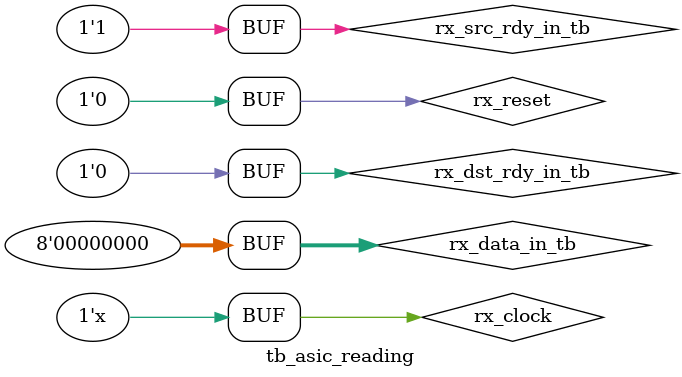
<source format=v>

`timescale 1 ns/1 ps

module tb_asic_reading ();


reg rx_clock;               // Input CLK from TRIMAC Reciever
reg rx_reset;               // Synchronous reset signal
reg [7:0] rx_data_in_tb;    // Input data
wire rx_eof_in_tb;          // Input end of frame
reg rx_src_rdy_in_tb;  // Input source ready
wire [7:0] rx_data_out_tb;      // Modified output data
wire rx_sof_out_tb;     // Output start of frame
wire rx_eof_out_tb;     // Output end of frame
wire rx_src_rdy_out_tb; // Output source ready
reg rx_dst_rdy_in_tb;  // Input destination ready


 asicr asic_reading0 (
      .rx_ll_clock(rx_clock),         // Input CLK from TRIMAC Reciever
      .rx_ll_reset(rx_reset),         // Synchronous reset signal
      .rx_ll_data_in(rx_data_in_tb),       // Input data
      .rx_ll_sof_in_n(rx_sof_in_tb),      // Input start of frame
      .rx_ll_eof_in_n(rx_eof_in_tb),      // Input end of frame
      .rx_ll_src_rdy_in_n(rx_src_rdy_in_tb),  // Input source ready
      .rx_ll_data_out(rx_data_out_tb),      // Modified output data
      .rx_ll_sof_out_n(rx_sof_out_tb),     // Output start of frame
      .rx_ll_eof_out_n(rx_eof_out_tb),     // Output end of frame
      .rx_ll_src_rdy_out_n(rx_src_rdy_out_tb), // Output source ready
      .rx_ll_dst_rdy_in_n(rx_dst_rdy_in_tb)  // Input destination ready
      );

initial begin
	rx_clock = 0;  
	rx_reset = 1;  
	rx_data_in_tb = 8'd0 ;
   rx_dst_rdy_in_tb = 1;
   rx_src_rdy_in_tb = 1;
   
   #10 rx_reset = 0;
   
   #10;
   
   #10 rx_dst_rdy_in_tb = 0;
   
   #200 rx_dst_rdy_in_tb = 1;
   
   #30 rx_dst_rdy_in_tb = 0;
     
end

      
always #5 rx_clock = ~rx_clock;

endmodule
</source>
